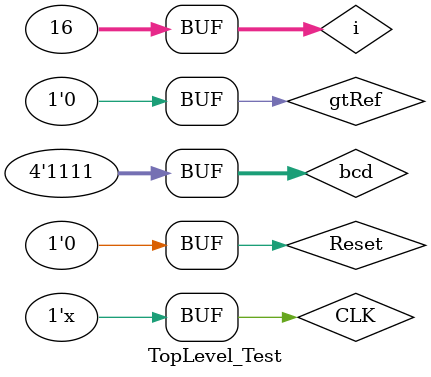
<source format=v>
`timescale 1ns / 1ps

module TopLevel_Test;

	// Inputs
	reg gtRef;
	reg CLK;
	reg Reset;

	// Outputs
	wire [6:0] ADCout;
	wire DACoutDriver;

	// seven seg
	reg [3:0] bcd;
	wire [6:0] out;
	integer i;

	// Instantiate the Unit Under Test (UUT)
	PROM_TopLevel uut (
		.ADCout(ADCout), 
		.DACout(DACoutDriver), 
		.gtRef(gtRef), 
		.CLK(CLK), 
		.Reset(Reset),
		.bcd (bcd),
		.segOut (out)
	);


	always #1000 CLK = ~CLK;

	initial begin
		// Initialize Inputs
		gtRef = 0;
		CLK = 0;
		Reset = 0;

		// Wait 100 ns for global reset to finish
		#100;
        
		// Add stimulus here
		Reset = 1'b1;
		#10
		Reset = 1'b0;
		
		for(i = 0; i < 16; i = i+1) //run loop for 0 to 15.
		begin
			bcd = i; 
			#10; //wait for 10 ns
		end   
	end
      
endmodule


</source>
